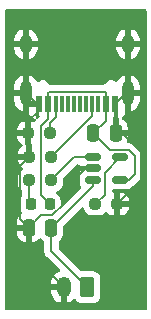
<source format=gbr>
%TF.GenerationSoftware,KiCad,Pcbnew,9.0.0*%
%TF.CreationDate,2025-11-11T17:36:11-03:00*%
%TF.ProjectId,USB-C-LiPo-Charger,5553422d-432d-44c6-9950-6f2d43686172,rev?*%
%TF.SameCoordinates,Original*%
%TF.FileFunction,Copper,L1,Top*%
%TF.FilePolarity,Positive*%
%FSLAX46Y46*%
G04 Gerber Fmt 4.6, Leading zero omitted, Abs format (unit mm)*
G04 Created by KiCad (PCBNEW 9.0.0) date 2025-11-11 17:36:11*
%MOMM*%
%LPD*%
G01*
G04 APERTURE LIST*
G04 Aperture macros list*
%AMRoundRect*
0 Rectangle with rounded corners*
0 $1 Rounding radius*
0 $2 $3 $4 $5 $6 $7 $8 $9 X,Y pos of 4 corners*
0 Add a 4 corners polygon primitive as box body*
4,1,4,$2,$3,$4,$5,$6,$7,$8,$9,$2,$3,0*
0 Add four circle primitives for the rounded corners*
1,1,$1+$1,$2,$3*
1,1,$1+$1,$4,$5*
1,1,$1+$1,$6,$7*
1,1,$1+$1,$8,$9*
0 Add four rect primitives between the rounded corners*
20,1,$1+$1,$2,$3,$4,$5,0*
20,1,$1+$1,$4,$5,$6,$7,0*
20,1,$1+$1,$6,$7,$8,$9,0*
20,1,$1+$1,$8,$9,$2,$3,0*%
G04 Aperture macros list end*
%TA.AperFunction,SMDPad,CuDef*%
%ADD10RoundRect,0.250000X0.250000X0.475000X-0.250000X0.475000X-0.250000X-0.475000X0.250000X-0.475000X0*%
%TD*%
%TA.AperFunction,SMDPad,CuDef*%
%ADD11RoundRect,0.250000X-0.250000X-0.475000X0.250000X-0.475000X0.250000X0.475000X-0.250000X0.475000X0*%
%TD*%
%TA.AperFunction,ComponentPad*%
%ADD12RoundRect,0.250000X0.350000X0.625000X-0.350000X0.625000X-0.350000X-0.625000X0.350000X-0.625000X0*%
%TD*%
%TA.AperFunction,ComponentPad*%
%ADD13O,1.200000X1.750000*%
%TD*%
%TA.AperFunction,SMDPad,CuDef*%
%ADD14R,0.600000X1.450000*%
%TD*%
%TA.AperFunction,SMDPad,CuDef*%
%ADD15R,0.300000X1.450000*%
%TD*%
%TA.AperFunction,HeatsinkPad*%
%ADD16O,1.000000X2.100000*%
%TD*%
%TA.AperFunction,HeatsinkPad*%
%ADD17O,1.000000X1.600000*%
%TD*%
%TA.AperFunction,SMDPad,CuDef*%
%ADD18RoundRect,0.218750X-0.218750X-0.256250X0.218750X-0.256250X0.218750X0.256250X-0.218750X0.256250X0*%
%TD*%
%TA.AperFunction,SMDPad,CuDef*%
%ADD19RoundRect,0.150000X-0.512500X-0.150000X0.512500X-0.150000X0.512500X0.150000X-0.512500X0.150000X0*%
%TD*%
%TA.AperFunction,SMDPad,CuDef*%
%ADD20RoundRect,0.237500X0.250000X0.237500X-0.250000X0.237500X-0.250000X-0.237500X0.250000X-0.237500X0*%
%TD*%
%TA.AperFunction,SMDPad,CuDef*%
%ADD21RoundRect,0.237500X-0.250000X-0.237500X0.250000X-0.237500X0.250000X0.237500X-0.250000X0.237500X0*%
%TD*%
%TA.AperFunction,Conductor*%
%ADD22C,0.200000*%
%TD*%
G04 APERTURE END LIST*
D10*
%TO.P,C2,1*%
%TO.N,Net-(J2-Pin_1)*%
X110450000Y-71000000D03*
%TO.P,C2,2*%
%TO.N,GND*%
X108550000Y-71000000D03*
%TD*%
D11*
%TO.P,C1,1*%
%TO.N,/VBUS*%
X114000000Y-63000000D03*
%TO.P,C1,2*%
%TO.N,GND*%
X115900000Y-63000000D03*
%TD*%
D12*
%TO.P,J2,1,Pin_1*%
%TO.N,Net-(J2-Pin_1)*%
X113500000Y-76050000D03*
D13*
%TO.P,J2,2,Pin_2*%
%TO.N,GND*%
X111500000Y-76050000D03*
%TD*%
D14*
%TO.P,J1,A1,GND*%
%TO.N,GND*%
X115862500Y-60545000D03*
%TO.P,J1,A4,VBUS*%
%TO.N,/VBUS*%
X115062500Y-60545000D03*
D15*
%TO.P,J1,A5,CC1*%
%TO.N,Net-(J1-CC1)*%
X113862500Y-60545000D03*
%TO.P,J1,A6,D+*%
%TO.N,unconnected-(J1-D+-PadA6)*%
X112862500Y-60545000D03*
%TO.P,J1,A7,D-*%
%TO.N,unconnected-(J1-D--PadA7)*%
X112362500Y-60545000D03*
%TO.P,J1,A8,SBU1*%
%TO.N,unconnected-(J1-SBU1-PadA8)*%
X111362500Y-60545000D03*
D14*
%TO.P,J1,A9,VBUS*%
%TO.N,/VBUS*%
X110162500Y-60545000D03*
%TO.P,J1,A12,GND*%
%TO.N,GND*%
X109362500Y-60545000D03*
%TO.P,J1,B1,GND*%
X109362500Y-60545000D03*
%TO.P,J1,B4,VBUS*%
%TO.N,/VBUS*%
X110162500Y-60545000D03*
D15*
%TO.P,J1,B5,CC2*%
%TO.N,Net-(J1-CC2)*%
X110862500Y-60545000D03*
%TO.P,J1,B6,D+*%
%TO.N,unconnected-(J1-D+-PadB6)*%
X111862500Y-60545000D03*
%TO.P,J1,B7,D-*%
%TO.N,unconnected-(J1-D--PadB7)*%
X113362500Y-60545000D03*
%TO.P,J1,B8,SBU2*%
%TO.N,unconnected-(J1-SBU2-PadB8)*%
X114362500Y-60545000D03*
D14*
%TO.P,J1,B9,VBUS*%
%TO.N,/VBUS*%
X115062500Y-60545000D03*
%TO.P,J1,B12,GND*%
%TO.N,GND*%
X115862500Y-60545000D03*
D16*
%TO.P,J1,S1,SHIELD*%
X116932500Y-59630000D03*
D17*
X116932500Y-55450000D03*
D16*
X108292500Y-59630000D03*
D17*
X108292500Y-55450000D03*
%TD*%
D18*
%TO.P,D1,1,K*%
%TO.N,Net-(D1-K)*%
X108712500Y-69000000D03*
%TO.P,D1,2,A*%
%TO.N,/VBUS*%
X110287500Y-69000000D03*
%TD*%
D19*
%TO.P,U1,1,STAT*%
%TO.N,Net-(U1-STAT)*%
X114000000Y-65050000D03*
%TO.P,U1,2,V_{SS}*%
%TO.N,GND*%
X114000000Y-66000000D03*
%TO.P,U1,3,V_{BAT}*%
%TO.N,Net-(J2-Pin_1)*%
X114000000Y-66950000D03*
%TO.P,U1,4,V_{DD}*%
%TO.N,/VBUS*%
X116275000Y-66950000D03*
%TO.P,U1,5,PROG*%
%TO.N,Net-(U1-PROG)*%
X116275000Y-65050000D03*
%TD*%
D20*
%TO.P,R4,1*%
%TO.N,Net-(U1-STAT)*%
X110412500Y-67000000D03*
%TO.P,R4,2*%
%TO.N,Net-(D1-K)*%
X108587500Y-67000000D03*
%TD*%
D21*
%TO.P,R3,1*%
%TO.N,Net-(U1-PROG)*%
X114175000Y-69000000D03*
%TO.P,R3,2*%
%TO.N,GND*%
X116000000Y-69000000D03*
%TD*%
D20*
%TO.P,R2,1*%
%TO.N,Net-(J1-CC1)*%
X110412500Y-65000000D03*
%TO.P,R2,2*%
%TO.N,GND*%
X108587500Y-65000000D03*
%TD*%
%TO.P,R1,1*%
%TO.N,Net-(J1-CC2)*%
X110325000Y-63000000D03*
%TO.P,R1,2*%
%TO.N,GND*%
X108500000Y-63000000D03*
%TD*%
D22*
%TO.N,Net-(J2-Pin_1)*%
X110450000Y-73000000D02*
X113500000Y-76050000D01*
X110450000Y-71000000D02*
X110450000Y-73000000D01*
%TO.N,Net-(U1-PROG)*%
X114963500Y-68211500D02*
X114963500Y-66361500D01*
X114963500Y-66361500D02*
X116275000Y-65050000D01*
X114175000Y-69000000D02*
X114963500Y-68211500D01*
%TO.N,Net-(J2-Pin_1)*%
X114000000Y-67450000D02*
X110450000Y-71000000D01*
X114000000Y-66950000D02*
X114000000Y-67450000D01*
%TO.N,GND*%
X111500000Y-69003600D02*
X110529600Y-69974000D01*
X109576000Y-69974000D02*
X108550000Y-71000000D01*
X111500000Y-67837501D02*
X111500000Y-69003600D01*
X113337501Y-66000000D02*
X111500000Y-67837501D01*
X114000000Y-66000000D02*
X113337501Y-66000000D01*
X110529600Y-69974000D02*
X109576000Y-69974000D01*
%TO.N,Net-(U1-STAT)*%
X112362500Y-65050000D02*
X110412500Y-67000000D01*
X114000000Y-65050000D02*
X112362500Y-65050000D01*
%TO.N,Net-(J2-Pin_1)*%
X110450000Y-70500000D02*
X110450000Y-71000000D01*
%TO.N,GND*%
X118000000Y-67000000D02*
X116000000Y-69000000D01*
X118000000Y-64600000D02*
X118000000Y-67000000D01*
X116400000Y-63000000D02*
X118000000Y-64600000D01*
X115900000Y-63000000D02*
X116400000Y-63000000D01*
%TO.N,/VBUS*%
X117050000Y-66950000D02*
X116275000Y-66950000D01*
X117500000Y-66500000D02*
X117050000Y-66950000D01*
X117500000Y-64970532D02*
X117500000Y-66500000D01*
X116978468Y-64449000D02*
X117500000Y-64970532D01*
X115449000Y-64449000D02*
X116978468Y-64449000D01*
X114000000Y-63000000D02*
X115449000Y-64449000D01*
X109536500Y-68249000D02*
X110287500Y-69000000D01*
X109536500Y-62396400D02*
X109536500Y-68249000D01*
X110162500Y-61770400D02*
X109536500Y-62396400D01*
X110162500Y-60545000D02*
X110162500Y-61770400D01*
%TO.N,Net-(U1-PROG)*%
X114000000Y-68825000D02*
X114175000Y-69000000D01*
%TO.N,Net-(D1-K)*%
X108587500Y-68875000D02*
X108712500Y-69000000D01*
X108587500Y-67000000D02*
X108587500Y-68875000D01*
%TO.N,/VBUS*%
X115062500Y-61937500D02*
X115062500Y-60545000D01*
X114000000Y-63000000D02*
X115062500Y-61937500D01*
%TO.N,Net-(J1-CC1)*%
X113862500Y-61550000D02*
X113862500Y-60545000D01*
X110412500Y-65000000D02*
X113862500Y-61550000D01*
%TO.N,Net-(J1-CC2)*%
X110325000Y-62175000D02*
X110325000Y-63000000D01*
X110862500Y-61637500D02*
X110325000Y-62175000D01*
X110862500Y-60545000D02*
X110862500Y-61637500D01*
%TO.N,/VBUS*%
X115062500Y-59616008D02*
X115062500Y-60545000D01*
X110282500Y-59500000D02*
X114946492Y-59500000D01*
X110162500Y-60545000D02*
X110162500Y-59620000D01*
X110162500Y-59620000D02*
X110282500Y-59500000D01*
X114946492Y-59500000D02*
X115062500Y-59616008D01*
%TO.N,GND*%
X115862500Y-62962500D02*
X115900000Y-63000000D01*
X115862500Y-60545000D02*
X115862500Y-62962500D01*
X116777500Y-59630000D02*
X115862500Y-60545000D01*
X116932500Y-59630000D02*
X116777500Y-59630000D01*
X116932500Y-55450000D02*
X116932500Y-59630000D01*
X108292500Y-55450000D02*
X116932500Y-55450000D01*
X108550000Y-73100000D02*
X111500000Y-76050000D01*
X108550000Y-71000000D02*
X108550000Y-73100000D01*
X107799000Y-70249000D02*
X108550000Y-71000000D01*
X107799000Y-65788500D02*
X107799000Y-70249000D01*
X108587500Y-65000000D02*
X107799000Y-65788500D01*
X108587500Y-63587500D02*
X108587500Y-65000000D01*
X108500000Y-63500000D02*
X108587500Y-63587500D01*
X108500000Y-63000000D02*
X108500000Y-63500000D01*
X108500000Y-62000000D02*
X108500000Y-63000000D01*
X109362500Y-61137500D02*
X108500000Y-62000000D01*
X109362500Y-60545000D02*
X109362500Y-61137500D01*
X109207500Y-60545000D02*
X108292500Y-59630000D01*
X109362500Y-60545000D02*
X109207500Y-60545000D01*
X108292500Y-55450000D02*
X108292500Y-59630000D01*
%TD*%
%TA.AperFunction,Conductor*%
%TO.N,GND*%
G36*
X112780932Y-65670185D02*
G01*
X112826687Y-65722989D01*
X112829394Y-65738305D01*
X112840205Y-65750000D01*
X113105685Y-65750000D01*
X113168806Y-65767268D01*
X113227102Y-65801744D01*
X113268724Y-65813836D01*
X113384926Y-65847597D01*
X113384929Y-65847597D01*
X113384931Y-65847598D01*
X113421806Y-65850500D01*
X113421814Y-65850500D01*
X113876000Y-65850500D01*
X113884685Y-65853050D01*
X113893647Y-65851762D01*
X113917687Y-65862740D01*
X113943039Y-65870185D01*
X113948966Y-65877025D01*
X113957203Y-65880787D01*
X113971492Y-65903021D01*
X113988794Y-65922989D01*
X113991081Y-65933503D01*
X113994977Y-65939565D01*
X114000000Y-65974500D01*
X114000000Y-66025500D01*
X113980315Y-66092539D01*
X113927511Y-66138294D01*
X113876000Y-66149500D01*
X113421798Y-66149500D01*
X113384932Y-66152401D01*
X113384926Y-66152402D01*
X113227106Y-66198254D01*
X113227103Y-66198255D01*
X113168806Y-66232732D01*
X113105685Y-66250000D01*
X112840205Y-66250000D01*
X112840204Y-66250001D01*
X112840399Y-66252488D01*
X112840400Y-66252494D01*
X112886216Y-66410193D01*
X112886220Y-66410203D01*
X112886927Y-66411398D01*
X112887195Y-66412454D01*
X112889316Y-66417356D01*
X112888524Y-66417698D01*
X112904103Y-66479123D01*
X112888493Y-66532284D01*
X112888855Y-66532441D01*
X112887587Y-66535369D01*
X112886927Y-66537620D01*
X112885759Y-66539594D01*
X112885754Y-66539607D01*
X112839902Y-66697426D01*
X112839901Y-66697432D01*
X112837000Y-66734298D01*
X112837000Y-67165701D01*
X112839901Y-67202567D01*
X112839902Y-67202573D01*
X112885754Y-67360393D01*
X112885754Y-67360394D01*
X112885755Y-67360396D01*
X112885756Y-67360398D01*
X112901933Y-67387752D01*
X112968575Y-67500439D01*
X112985757Y-67568163D01*
X112963596Y-67634425D01*
X112949523Y-67651240D01*
X111437181Y-69163583D01*
X111375858Y-69197068D01*
X111306166Y-69192084D01*
X111250233Y-69150212D01*
X111225816Y-69084748D01*
X111225500Y-69075902D01*
X111225500Y-68695831D01*
X111225499Y-68695818D01*
X111215436Y-68597316D01*
X111166189Y-68448699D01*
X111162549Y-68437713D01*
X111162545Y-68437707D01*
X111162544Y-68437704D01*
X111074283Y-68294612D01*
X111074280Y-68294608D01*
X110955390Y-68175718D01*
X110909815Y-68147607D01*
X110863091Y-68095659D01*
X110851870Y-68026696D01*
X110879713Y-67962614D01*
X110935908Y-67924364D01*
X110976516Y-67910908D01*
X111123350Y-67820340D01*
X111245340Y-67698350D01*
X111335908Y-67551516D01*
X111390174Y-67387753D01*
X111400500Y-67286677D01*
X111400499Y-66912595D01*
X111420183Y-66845557D01*
X111436813Y-66824920D01*
X112574916Y-65686819D01*
X112601843Y-65672115D01*
X112627662Y-65655523D01*
X112633862Y-65654631D01*
X112636239Y-65653334D01*
X112662597Y-65650500D01*
X112713893Y-65650500D01*
X112780932Y-65670185D01*
G37*
%TD.AperFunction*%
%TA.AperFunction,Conductor*%
G36*
X118442539Y-52520185D02*
G01*
X118488294Y-52572989D01*
X118499500Y-52624500D01*
X118499500Y-77875500D01*
X118479815Y-77942539D01*
X118427011Y-77988294D01*
X118375500Y-77999500D01*
X106624500Y-77999500D01*
X106557461Y-77979815D01*
X106511706Y-77927011D01*
X106500500Y-77875500D01*
X106500500Y-71524986D01*
X107550001Y-71524986D01*
X107560494Y-71627697D01*
X107615641Y-71794119D01*
X107615643Y-71794124D01*
X107707684Y-71943345D01*
X107831654Y-72067315D01*
X107980875Y-72159356D01*
X107980880Y-72159358D01*
X108147302Y-72214505D01*
X108147309Y-72214506D01*
X108250019Y-72224999D01*
X108299999Y-72224998D01*
X108300000Y-72224998D01*
X108300000Y-71250000D01*
X107550001Y-71250000D01*
X107550001Y-71524986D01*
X106500500Y-71524986D01*
X106500500Y-63286654D01*
X107512501Y-63286654D01*
X107522819Y-63387652D01*
X107577046Y-63551300D01*
X107577051Y-63551311D01*
X107667552Y-63698034D01*
X107667555Y-63698038D01*
X107789461Y-63819944D01*
X107789465Y-63819947D01*
X107936188Y-63910448D01*
X107942740Y-63913503D01*
X107941380Y-63916417D01*
X107987065Y-63948082D01*
X108013855Y-64012611D01*
X108001505Y-64081381D01*
X107955674Y-64131504D01*
X107876962Y-64180054D01*
X107755055Y-64301961D01*
X107755052Y-64301965D01*
X107664551Y-64448688D01*
X107664546Y-64448699D01*
X107610319Y-64612347D01*
X107600000Y-64713345D01*
X107600000Y-64750000D01*
X108337500Y-64750000D01*
X108337500Y-64105000D01*
X108322326Y-64089826D01*
X108306961Y-64085315D01*
X108261206Y-64032511D01*
X108250000Y-63981000D01*
X108250000Y-63250000D01*
X107512501Y-63250000D01*
X107512501Y-63286654D01*
X106500500Y-63286654D01*
X106500500Y-62713345D01*
X107512500Y-62713345D01*
X107512500Y-62750000D01*
X108250000Y-62750000D01*
X108250000Y-62025000D01*
X108249999Y-62024999D01*
X108200861Y-62025000D01*
X108200843Y-62025001D01*
X108099847Y-62035319D01*
X107936199Y-62089546D01*
X107936188Y-62089551D01*
X107789465Y-62180052D01*
X107789461Y-62180055D01*
X107667555Y-62301961D01*
X107667552Y-62301965D01*
X107577051Y-62448688D01*
X107577046Y-62448699D01*
X107522819Y-62612347D01*
X107512500Y-62713345D01*
X106500500Y-62713345D01*
X106500500Y-58981504D01*
X107292500Y-58981504D01*
X107292500Y-59380000D01*
X107992500Y-59380000D01*
X107992500Y-59880000D01*
X107292500Y-59880000D01*
X107292500Y-60278495D01*
X107330927Y-60471681D01*
X107330930Y-60471693D01*
X107406307Y-60653671D01*
X107406314Y-60653684D01*
X107515748Y-60817462D01*
X107515751Y-60817466D01*
X107655033Y-60956748D01*
X107655037Y-60956751D01*
X107818815Y-61066185D01*
X107818828Y-61066192D01*
X108000808Y-61141569D01*
X108042500Y-61149862D01*
X108042500Y-60346988D01*
X108052440Y-60364205D01*
X108108295Y-60420060D01*
X108176704Y-60459556D01*
X108253004Y-60480000D01*
X108331996Y-60480000D01*
X108408296Y-60459556D01*
X108476705Y-60420060D01*
X108532560Y-60364205D01*
X108572056Y-60295796D01*
X108572269Y-60295000D01*
X109238000Y-60295000D01*
X109305039Y-60314685D01*
X109350794Y-60367489D01*
X109362000Y-60419000D01*
X109362000Y-61317870D01*
X109362001Y-61317876D01*
X109368408Y-61377483D01*
X109418702Y-61512328D01*
X109418704Y-61512332D01*
X109419653Y-61513599D01*
X109420206Y-61515081D01*
X109422954Y-61520114D01*
X109422230Y-61520509D01*
X109444072Y-61579063D01*
X109429222Y-61647336D01*
X109408069Y-61675593D01*
X109337552Y-61746112D01*
X109324182Y-61759482D01*
X109262859Y-61792967D01*
X109193167Y-61787983D01*
X109137233Y-61746112D01*
X109112816Y-61680648D01*
X109112500Y-61671801D01*
X109112500Y-60795000D01*
X108542500Y-60795000D01*
X108542500Y-61166262D01*
X108556499Y-61186813D01*
X108562500Y-61224923D01*
X108562500Y-61317844D01*
X108568901Y-61377372D01*
X108568903Y-61377379D01*
X108619145Y-61512086D01*
X108619149Y-61512093D01*
X108705309Y-61627187D01*
X108705312Y-61627190D01*
X108820406Y-61713350D01*
X108820413Y-61713354D01*
X108955120Y-61763596D01*
X108955127Y-61763598D01*
X109014655Y-61769999D01*
X109017979Y-61770177D01*
X109017969Y-61770355D01*
X109017975Y-61770356D01*
X109017963Y-61770459D01*
X109017931Y-61771066D01*
X109035547Y-61776238D01*
X109057636Y-61777819D01*
X109068418Y-61785890D01*
X109081340Y-61789685D01*
X109095840Y-61806418D01*
X109113569Y-61819691D01*
X109118275Y-61832311D01*
X109127095Y-61842489D01*
X109130246Y-61864407D01*
X109137985Y-61885156D01*
X109135122Y-61898315D01*
X109137039Y-61911647D01*
X109127838Y-61931792D01*
X109123132Y-61953428D01*
X109109864Y-61971151D01*
X109108014Y-61975203D01*
X109101981Y-61981682D01*
X109065542Y-62018120D01*
X109004218Y-62051605D01*
X108938860Y-62048145D01*
X108900151Y-62035319D01*
X108799154Y-62025000D01*
X108750000Y-62025000D01*
X108750000Y-63895000D01*
X108765173Y-63910173D01*
X108780539Y-63914685D01*
X108826294Y-63967489D01*
X108837500Y-64019000D01*
X108837500Y-64876000D01*
X108817815Y-64943039D01*
X108765011Y-64988794D01*
X108713500Y-65000000D01*
X108587500Y-65000000D01*
X108587500Y-65126000D01*
X108567815Y-65193039D01*
X108515011Y-65238794D01*
X108463500Y-65250000D01*
X107600001Y-65250000D01*
X107600001Y-65286654D01*
X107610319Y-65387652D01*
X107664546Y-65551300D01*
X107664551Y-65551311D01*
X107755052Y-65698034D01*
X107755055Y-65698038D01*
X107876961Y-65819944D01*
X107876965Y-65819947D01*
X107997295Y-65894168D01*
X108044020Y-65946116D01*
X108055241Y-66015078D01*
X108027398Y-66079160D01*
X107997295Y-66105244D01*
X107876653Y-66179657D01*
X107876649Y-66179660D01*
X107754661Y-66301648D01*
X107664093Y-66448481D01*
X107664092Y-66448484D01*
X107609826Y-66612247D01*
X107609826Y-66612248D01*
X107609825Y-66612248D01*
X107599500Y-66713315D01*
X107599500Y-67286669D01*
X107599501Y-67286687D01*
X107609825Y-67387752D01*
X107646109Y-67497249D01*
X107664092Y-67551516D01*
X107754660Y-67698350D01*
X107876650Y-67820340D01*
X107928097Y-67852072D01*
X107934920Y-67859657D01*
X107944203Y-67863897D01*
X107957889Y-67885193D01*
X107974821Y-67904017D01*
X107977465Y-67915655D01*
X107981977Y-67922675D01*
X107987000Y-67957610D01*
X107987000Y-68181966D01*
X107967315Y-68249005D01*
X107950681Y-68269647D01*
X107925719Y-68294608D01*
X107925716Y-68294612D01*
X107837455Y-68437704D01*
X107837450Y-68437715D01*
X107810773Y-68518219D01*
X107784564Y-68597315D01*
X107784564Y-68597316D01*
X107784563Y-68597316D01*
X107774500Y-68695818D01*
X107774500Y-69304181D01*
X107784563Y-69402683D01*
X107837450Y-69562284D01*
X107837455Y-69562295D01*
X107921376Y-69698350D01*
X107925719Y-69705391D01*
X107925725Y-69705397D01*
X107929260Y-69709868D01*
X107955402Y-69774663D01*
X107942364Y-69843305D01*
X107897093Y-69892320D01*
X107831659Y-69932680D01*
X107831655Y-69932683D01*
X107707684Y-70056654D01*
X107615643Y-70205875D01*
X107615641Y-70205880D01*
X107560494Y-70372302D01*
X107560493Y-70372309D01*
X107550000Y-70475013D01*
X107550000Y-70750000D01*
X108426000Y-70750000D01*
X108493039Y-70769685D01*
X108538794Y-70822489D01*
X108550000Y-70874000D01*
X108550000Y-71000000D01*
X108676000Y-71000000D01*
X108743039Y-71019685D01*
X108788794Y-71072489D01*
X108800000Y-71124000D01*
X108800000Y-72224999D01*
X108849972Y-72224999D01*
X108849986Y-72224998D01*
X108952697Y-72214505D01*
X109119119Y-72159358D01*
X109119124Y-72159356D01*
X109268345Y-72067315D01*
X109392318Y-71943342D01*
X109394165Y-71940348D01*
X109395969Y-71938724D01*
X109396798Y-71937677D01*
X109396976Y-71937818D01*
X109446110Y-71893621D01*
X109515073Y-71882396D01*
X109579156Y-71910236D01*
X109605243Y-71940341D01*
X109607288Y-71943656D01*
X109731344Y-72067712D01*
X109790596Y-72104258D01*
X109837321Y-72156204D01*
X109849500Y-72209797D01*
X109849500Y-72913330D01*
X109849499Y-72913348D01*
X109849499Y-73079054D01*
X109849498Y-73079054D01*
X109890423Y-73231785D01*
X109919358Y-73281900D01*
X109919359Y-73281904D01*
X109919360Y-73281904D01*
X109969479Y-73368714D01*
X109969481Y-73368717D01*
X110088349Y-73487585D01*
X110088355Y-73487590D01*
X111144947Y-74544182D01*
X111178432Y-74605505D01*
X111173448Y-74675197D01*
X111131576Y-74731130D01*
X111095588Y-74749793D01*
X111077743Y-74755591D01*
X110923475Y-74834195D01*
X110783397Y-74935967D01*
X110660967Y-75058397D01*
X110559195Y-75198475D01*
X110480591Y-75352742D01*
X110427085Y-75517415D01*
X110400000Y-75688428D01*
X110400000Y-75800000D01*
X111219670Y-75800000D01*
X111199925Y-75819745D01*
X111150556Y-75905255D01*
X111125000Y-76000630D01*
X111125000Y-76099370D01*
X111150556Y-76194745D01*
X111199925Y-76280255D01*
X111219670Y-76300000D01*
X110400000Y-76300000D01*
X110400000Y-76411571D01*
X110427085Y-76582584D01*
X110480591Y-76747257D01*
X110559195Y-76901524D01*
X110660967Y-77041602D01*
X110783397Y-77164032D01*
X110923475Y-77265804D01*
X111077744Y-77344408D01*
X111242415Y-77397914D01*
X111242414Y-77397914D01*
X111249999Y-77399115D01*
X111250000Y-77399114D01*
X111250000Y-76330330D01*
X111269745Y-76350075D01*
X111355255Y-76399444D01*
X111450630Y-76425000D01*
X111549370Y-76425000D01*
X111644745Y-76399444D01*
X111730255Y-76350075D01*
X111750000Y-76330330D01*
X111750000Y-77399115D01*
X111757584Y-77397914D01*
X111922255Y-77344408D01*
X112076524Y-77265804D01*
X112216598Y-77164035D01*
X112324199Y-77056434D01*
X112385522Y-77022949D01*
X112455214Y-77027933D01*
X112511148Y-77069804D01*
X112517418Y-77079016D01*
X112557288Y-77143656D01*
X112681344Y-77267712D01*
X112830666Y-77359814D01*
X112997203Y-77414999D01*
X113099991Y-77425500D01*
X113900008Y-77425499D01*
X113900016Y-77425498D01*
X113900019Y-77425498D01*
X113956302Y-77419748D01*
X114002797Y-77414999D01*
X114169334Y-77359814D01*
X114318656Y-77267712D01*
X114442712Y-77143656D01*
X114534814Y-76994334D01*
X114589999Y-76827797D01*
X114600500Y-76725009D01*
X114600499Y-75374992D01*
X114589999Y-75272203D01*
X114534814Y-75105666D01*
X114442712Y-74956344D01*
X114318656Y-74832288D01*
X114169334Y-74740186D01*
X114002797Y-74685001D01*
X114002795Y-74685000D01*
X113900010Y-74674500D01*
X113099998Y-74674500D01*
X113099975Y-74674502D01*
X113044052Y-74680214D01*
X112975360Y-74667443D01*
X112943772Y-74644537D01*
X111086819Y-72787584D01*
X111053334Y-72726261D01*
X111050500Y-72699903D01*
X111050500Y-72209797D01*
X111070185Y-72142758D01*
X111109403Y-72104258D01*
X111168656Y-72067712D01*
X111292712Y-71943656D01*
X111384814Y-71794334D01*
X111439999Y-71627797D01*
X111450500Y-71525009D01*
X111450499Y-70900095D01*
X111470183Y-70833057D01*
X111486813Y-70812420D01*
X112986314Y-69312919D01*
X113047635Y-69279436D01*
X113117327Y-69284420D01*
X113173260Y-69326292D01*
X113194768Y-69381381D01*
X113195910Y-69381137D01*
X113197325Y-69387752D01*
X113233609Y-69497249D01*
X113251520Y-69551300D01*
X113251592Y-69551515D01*
X113251593Y-69551518D01*
X113285895Y-69607129D01*
X113342160Y-69698350D01*
X113464150Y-69820340D01*
X113610984Y-69910908D01*
X113774747Y-69965174D01*
X113875823Y-69975500D01*
X114474176Y-69975499D01*
X114474184Y-69975498D01*
X114474187Y-69975498D01*
X114529530Y-69969844D01*
X114575253Y-69965174D01*
X114739016Y-69910908D01*
X114885850Y-69820340D01*
X115000175Y-69706014D01*
X115061494Y-69672532D01*
X115131186Y-69677516D01*
X115175534Y-69706017D01*
X115289461Y-69819944D01*
X115289465Y-69819947D01*
X115436188Y-69910448D01*
X115436199Y-69910453D01*
X115599847Y-69964680D01*
X115700851Y-69974999D01*
X116250000Y-69974999D01*
X116299140Y-69974999D01*
X116299154Y-69974998D01*
X116400152Y-69964680D01*
X116563800Y-69910453D01*
X116563811Y-69910448D01*
X116710534Y-69819947D01*
X116710538Y-69819944D01*
X116832444Y-69698038D01*
X116832447Y-69698034D01*
X116922948Y-69551311D01*
X116922953Y-69551300D01*
X116977180Y-69387652D01*
X116987499Y-69286654D01*
X116987500Y-69286641D01*
X116987500Y-69250000D01*
X116250000Y-69250000D01*
X116250000Y-69974999D01*
X115700851Y-69974999D01*
X115749999Y-69974998D01*
X115750000Y-69974998D01*
X115750000Y-68750000D01*
X116250000Y-68750000D01*
X116987499Y-68750000D01*
X116987499Y-68713360D01*
X116987498Y-68713345D01*
X116977180Y-68612347D01*
X116922953Y-68448699D01*
X116922948Y-68448688D01*
X116832447Y-68301965D01*
X116832444Y-68301961D01*
X116710538Y-68180055D01*
X116710534Y-68180052D01*
X116563811Y-68089551D01*
X116563800Y-68089546D01*
X116400152Y-68035319D01*
X116299154Y-68025000D01*
X116250000Y-68025000D01*
X116250000Y-68750000D01*
X115750000Y-68750000D01*
X115750000Y-68058617D01*
X115643253Y-68017313D01*
X115638179Y-68013417D01*
X115631892Y-68012248D01*
X115610801Y-67992396D01*
X115587834Y-67974762D01*
X115585672Y-67968743D01*
X115581015Y-67964360D01*
X115571479Y-67929225D01*
X115564217Y-67909005D01*
X115565031Y-67905468D01*
X115564000Y-67901668D01*
X115564000Y-67874190D01*
X115583685Y-67807151D01*
X115636489Y-67761396D01*
X115694337Y-67751182D01*
X115694368Y-67750404D01*
X115696798Y-67750499D01*
X115696806Y-67750500D01*
X115696814Y-67750500D01*
X116853186Y-67750500D01*
X116853194Y-67750500D01*
X116890069Y-67747598D01*
X116890071Y-67747597D01*
X116890073Y-67747597D01*
X116931691Y-67735505D01*
X117047898Y-67701744D01*
X117189365Y-67618081D01*
X117305581Y-67501865D01*
X117305582Y-67501862D01*
X117308297Y-67499148D01*
X117333976Y-67479443D01*
X117418716Y-67430520D01*
X117530520Y-67318716D01*
X117530520Y-67318714D01*
X117540724Y-67308511D01*
X117540728Y-67308506D01*
X117858506Y-66990728D01*
X117858511Y-66990724D01*
X117868714Y-66980520D01*
X117868716Y-66980520D01*
X117980520Y-66868716D01*
X118058112Y-66734322D01*
X118058121Y-66734307D01*
X118058711Y-66733283D01*
X118059577Y-66731785D01*
X118100500Y-66579057D01*
X118100500Y-66420943D01*
X118100500Y-65059592D01*
X118100501Y-65059579D01*
X118100501Y-64891476D01*
X118059576Y-64738746D01*
X118059573Y-64738741D01*
X117980524Y-64601822D01*
X117980518Y-64601814D01*
X117347185Y-63968481D01*
X117347184Y-63968480D01*
X117260372Y-63918360D01*
X117260372Y-63918359D01*
X117260368Y-63918358D01*
X117210253Y-63889423D01*
X117057525Y-63848499D01*
X116988059Y-63848499D01*
X116921020Y-63828814D01*
X116875265Y-63776010D01*
X116865321Y-63706852D01*
X116870353Y-63685495D01*
X116889505Y-63627697D01*
X116889506Y-63627690D01*
X116899999Y-63524986D01*
X116900000Y-63524973D01*
X116900000Y-63250000D01*
X116024000Y-63250000D01*
X115956961Y-63230315D01*
X115911206Y-63177511D01*
X115900000Y-63126000D01*
X115900000Y-63000000D01*
X115774000Y-63000000D01*
X115706961Y-62980315D01*
X115661206Y-62927511D01*
X115650000Y-62876000D01*
X115650000Y-62081402D01*
X115650197Y-62074422D01*
X115650916Y-62061655D01*
X115663001Y-62016557D01*
X115663001Y-61858443D01*
X115663000Y-61858439D01*
X115663000Y-61732320D01*
X115682685Y-61665281D01*
X115712692Y-61633051D01*
X115720046Y-61627546D01*
X115806296Y-61512331D01*
X115856591Y-61377483D01*
X115863000Y-61317873D01*
X115862999Y-60668998D01*
X115865549Y-60660313D01*
X115864261Y-60651353D01*
X115875238Y-60627316D01*
X115882683Y-60601961D01*
X115889525Y-60596032D01*
X115893286Y-60587797D01*
X115915517Y-60573510D01*
X115935487Y-60556206D01*
X115946002Y-60553918D01*
X115952064Y-60550023D01*
X115986999Y-60545000D01*
X115988500Y-60545000D01*
X116055539Y-60564685D01*
X116101294Y-60617489D01*
X116112500Y-60669000D01*
X116112500Y-61645000D01*
X116113681Y-61646181D01*
X116147166Y-61707504D01*
X116150000Y-61733862D01*
X116150000Y-62750000D01*
X116899999Y-62750000D01*
X116899999Y-62475028D01*
X116899998Y-62475013D01*
X116889505Y-62372302D01*
X116834358Y-62205880D01*
X116834356Y-62205875D01*
X116742315Y-62056654D01*
X116618345Y-61932684D01*
X116495564Y-61856952D01*
X116448840Y-61805004D01*
X116437617Y-61736041D01*
X116465461Y-61671959D01*
X116486350Y-61652146D01*
X116519690Y-61627186D01*
X116605850Y-61512093D01*
X116605854Y-61512086D01*
X116656096Y-61377379D01*
X116656098Y-61377372D01*
X116662499Y-61317844D01*
X116662500Y-61317827D01*
X116662500Y-61224923D01*
X116682185Y-61157884D01*
X116682500Y-61157530D01*
X116682500Y-60346988D01*
X116692440Y-60364205D01*
X116748295Y-60420060D01*
X116816704Y-60459556D01*
X116893004Y-60480000D01*
X116971996Y-60480000D01*
X117048296Y-60459556D01*
X117116705Y-60420060D01*
X117172560Y-60364205D01*
X117182500Y-60346988D01*
X117182500Y-61149862D01*
X117224190Y-61141569D01*
X117224192Y-61141569D01*
X117406171Y-61066192D01*
X117406184Y-61066185D01*
X117569962Y-60956751D01*
X117569966Y-60956748D01*
X117709248Y-60817466D01*
X117709251Y-60817462D01*
X117818685Y-60653684D01*
X117818692Y-60653671D01*
X117894069Y-60471693D01*
X117894072Y-60471681D01*
X117932499Y-60278495D01*
X117932500Y-60278492D01*
X117932500Y-59880000D01*
X117232500Y-59880000D01*
X117232500Y-59380000D01*
X117932500Y-59380000D01*
X117932500Y-58981508D01*
X117932499Y-58981504D01*
X117894072Y-58788318D01*
X117894069Y-58788306D01*
X117818692Y-58606328D01*
X117818685Y-58606315D01*
X117709251Y-58442537D01*
X117709248Y-58442533D01*
X117569966Y-58303251D01*
X117569962Y-58303248D01*
X117406184Y-58193814D01*
X117406171Y-58193807D01*
X117224191Y-58118429D01*
X117224183Y-58118427D01*
X117182500Y-58110135D01*
X117182500Y-58913011D01*
X117172560Y-58895795D01*
X117116705Y-58839940D01*
X117048296Y-58800444D01*
X116971996Y-58780000D01*
X116893004Y-58780000D01*
X116816704Y-58800444D01*
X116748295Y-58839940D01*
X116692440Y-58895795D01*
X116682500Y-58913011D01*
X116682500Y-58110136D01*
X116682499Y-58110135D01*
X116640816Y-58118427D01*
X116640808Y-58118429D01*
X116458828Y-58193807D01*
X116458815Y-58193814D01*
X116295037Y-58303248D01*
X116295033Y-58303251D01*
X116155748Y-58442536D01*
X116042927Y-58611387D01*
X116041503Y-58610435D01*
X115998242Y-58654451D01*
X115930100Y-58669892D01*
X115864427Y-58646041D01*
X115862407Y-58644306D01*
X115862311Y-58644432D01*
X115855867Y-58639487D01*
X115855865Y-58639485D01*
X115790250Y-58601602D01*
X115724636Y-58563719D01*
X115651450Y-58544109D01*
X115578266Y-58524500D01*
X115426734Y-58524500D01*
X115280363Y-58563719D01*
X115149135Y-58639485D01*
X115149132Y-58639487D01*
X115041987Y-58746632D01*
X115041985Y-58746635D01*
X114989524Y-58837500D01*
X114980839Y-58845781D01*
X114975854Y-58856698D01*
X114956019Y-58869445D01*
X114938957Y-58885715D01*
X114925703Y-58888930D01*
X114917077Y-58894475D01*
X114882151Y-58899496D01*
X114882143Y-58899499D01*
X114867435Y-58899499D01*
X114867432Y-58899499D01*
X114859829Y-58899500D01*
X114859827Y-58899499D01*
X114859823Y-58899500D01*
X110369170Y-58899500D01*
X110369154Y-58899499D01*
X110361558Y-58899499D01*
X110342863Y-58899499D01*
X110275824Y-58879814D01*
X110235476Y-58837500D01*
X110183015Y-58746635D01*
X110075865Y-58639485D01*
X110010250Y-58601602D01*
X109944636Y-58563719D01*
X109871450Y-58544109D01*
X109798266Y-58524500D01*
X109646734Y-58524500D01*
X109500363Y-58563719D01*
X109369135Y-58639485D01*
X109362689Y-58644432D01*
X109360599Y-58641709D01*
X109312717Y-58667466D01*
X109243058Y-58662043D01*
X109187388Y-58619821D01*
X109181799Y-58610976D01*
X109069251Y-58442537D01*
X109069248Y-58442533D01*
X108929966Y-58303251D01*
X108929962Y-58303248D01*
X108766184Y-58193814D01*
X108766171Y-58193807D01*
X108584191Y-58118429D01*
X108584183Y-58118427D01*
X108542500Y-58110135D01*
X108542500Y-58913011D01*
X108532560Y-58895795D01*
X108476705Y-58839940D01*
X108408296Y-58800444D01*
X108331996Y-58780000D01*
X108253004Y-58780000D01*
X108176704Y-58800444D01*
X108108295Y-58839940D01*
X108052440Y-58895795D01*
X108042500Y-58913011D01*
X108042500Y-58110136D01*
X108042499Y-58110135D01*
X108000816Y-58118427D01*
X108000808Y-58118429D01*
X107818828Y-58193807D01*
X107818815Y-58193814D01*
X107655037Y-58303248D01*
X107655033Y-58303251D01*
X107515751Y-58442533D01*
X107515748Y-58442537D01*
X107406314Y-58606315D01*
X107406307Y-58606328D01*
X107330930Y-58788306D01*
X107330927Y-58788318D01*
X107292500Y-58981504D01*
X106500500Y-58981504D01*
X106500500Y-55051504D01*
X107292500Y-55051504D01*
X107292500Y-55200000D01*
X107992500Y-55200000D01*
X107992500Y-55700000D01*
X107292500Y-55700000D01*
X107292500Y-55848495D01*
X107330927Y-56041681D01*
X107330930Y-56041693D01*
X107406307Y-56223671D01*
X107406314Y-56223684D01*
X107515748Y-56387462D01*
X107515751Y-56387466D01*
X107655033Y-56526748D01*
X107655037Y-56526751D01*
X107818815Y-56636185D01*
X107818828Y-56636192D01*
X108000808Y-56711569D01*
X108042500Y-56719862D01*
X108042500Y-55916988D01*
X108052440Y-55934205D01*
X108108295Y-55990060D01*
X108176704Y-56029556D01*
X108253004Y-56050000D01*
X108331996Y-56050000D01*
X108408296Y-56029556D01*
X108476705Y-55990060D01*
X108532560Y-55934205D01*
X108542500Y-55916988D01*
X108542500Y-56719862D01*
X108584190Y-56711569D01*
X108584192Y-56711569D01*
X108766171Y-56636192D01*
X108766184Y-56636185D01*
X108929962Y-56526751D01*
X108929966Y-56526748D01*
X109069248Y-56387466D01*
X109069251Y-56387462D01*
X109178685Y-56223684D01*
X109178692Y-56223671D01*
X109254069Y-56041693D01*
X109254072Y-56041681D01*
X109292499Y-55848495D01*
X109292500Y-55848492D01*
X109292500Y-55700000D01*
X108592500Y-55700000D01*
X108592500Y-55200000D01*
X109292500Y-55200000D01*
X109292500Y-55051508D01*
X109292499Y-55051504D01*
X115932500Y-55051504D01*
X115932500Y-55200000D01*
X116632500Y-55200000D01*
X116632500Y-55700000D01*
X115932500Y-55700000D01*
X115932500Y-55848495D01*
X115970927Y-56041681D01*
X115970930Y-56041693D01*
X116046307Y-56223671D01*
X116046314Y-56223684D01*
X116155748Y-56387462D01*
X116155751Y-56387466D01*
X116295033Y-56526748D01*
X116295037Y-56526751D01*
X116458815Y-56636185D01*
X116458828Y-56636192D01*
X116640808Y-56711569D01*
X116682500Y-56719862D01*
X116682500Y-55916988D01*
X116692440Y-55934205D01*
X116748295Y-55990060D01*
X116816704Y-56029556D01*
X116893004Y-56050000D01*
X116971996Y-56050000D01*
X117048296Y-56029556D01*
X117116705Y-55990060D01*
X117172560Y-55934205D01*
X117182500Y-55916988D01*
X117182500Y-56719862D01*
X117224190Y-56711569D01*
X117224192Y-56711569D01*
X117406171Y-56636192D01*
X117406184Y-56636185D01*
X117569962Y-56526751D01*
X117569966Y-56526748D01*
X117709248Y-56387466D01*
X117709251Y-56387462D01*
X117818685Y-56223684D01*
X117818692Y-56223671D01*
X117894069Y-56041693D01*
X117894072Y-56041681D01*
X117932499Y-55848495D01*
X117932500Y-55848492D01*
X117932500Y-55700000D01*
X117232500Y-55700000D01*
X117232500Y-55200000D01*
X117932500Y-55200000D01*
X117932500Y-55051508D01*
X117932499Y-55051504D01*
X117894072Y-54858318D01*
X117894069Y-54858306D01*
X117818692Y-54676328D01*
X117818685Y-54676315D01*
X117709251Y-54512537D01*
X117709248Y-54512533D01*
X117569966Y-54373251D01*
X117569962Y-54373248D01*
X117406184Y-54263814D01*
X117406171Y-54263807D01*
X117224191Y-54188429D01*
X117224183Y-54188427D01*
X117182500Y-54180135D01*
X117182500Y-54983011D01*
X117172560Y-54965795D01*
X117116705Y-54909940D01*
X117048296Y-54870444D01*
X116971996Y-54850000D01*
X116893004Y-54850000D01*
X116816704Y-54870444D01*
X116748295Y-54909940D01*
X116692440Y-54965795D01*
X116682500Y-54983011D01*
X116682500Y-54180136D01*
X116682499Y-54180135D01*
X116640816Y-54188427D01*
X116640808Y-54188429D01*
X116458828Y-54263807D01*
X116458815Y-54263814D01*
X116295037Y-54373248D01*
X116295033Y-54373251D01*
X116155751Y-54512533D01*
X116155748Y-54512537D01*
X116046314Y-54676315D01*
X116046307Y-54676328D01*
X115970930Y-54858306D01*
X115970927Y-54858318D01*
X115932500Y-55051504D01*
X109292499Y-55051504D01*
X109254072Y-54858318D01*
X109254069Y-54858306D01*
X109178692Y-54676328D01*
X109178685Y-54676315D01*
X109069251Y-54512537D01*
X109069248Y-54512533D01*
X108929966Y-54373251D01*
X108929962Y-54373248D01*
X108766184Y-54263814D01*
X108766171Y-54263807D01*
X108584191Y-54188429D01*
X108584183Y-54188427D01*
X108542500Y-54180135D01*
X108542500Y-54983011D01*
X108532560Y-54965795D01*
X108476705Y-54909940D01*
X108408296Y-54870444D01*
X108331996Y-54850000D01*
X108253004Y-54850000D01*
X108176704Y-54870444D01*
X108108295Y-54909940D01*
X108052440Y-54965795D01*
X108042500Y-54983011D01*
X108042500Y-54180136D01*
X108042499Y-54180135D01*
X108000816Y-54188427D01*
X108000808Y-54188429D01*
X107818828Y-54263807D01*
X107818815Y-54263814D01*
X107655037Y-54373248D01*
X107655033Y-54373251D01*
X107515751Y-54512533D01*
X107515748Y-54512537D01*
X107406314Y-54676315D01*
X107406307Y-54676328D01*
X107330930Y-54858306D01*
X107330927Y-54858318D01*
X107292500Y-55051504D01*
X106500500Y-55051504D01*
X106500500Y-52624500D01*
X106520185Y-52557461D01*
X106572989Y-52511706D01*
X106624500Y-52500500D01*
X118375500Y-52500500D01*
X118442539Y-52520185D01*
G37*
%TD.AperFunction*%
%TD*%
M02*

</source>
